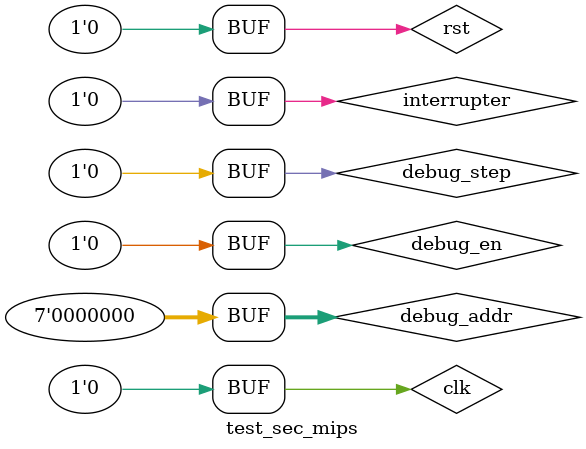
<source format=v>
`timescale 1ns / 1ps


module test_sec_mips;

	// Inputs
	reg debug_en;
	reg debug_step;
	reg [6:0] debug_addr;
	reg clk;
	reg rst;
	reg interrupter;

	// Outputs
	wire [31:0] debug_data;
	wire [31:0] r1;
	wire [31:0] r2;
	wire [31:0] r3;
	wire [31:0] r4;
	wire [31:0] r5;
	wire [31:0] r6;
	wire [31:0] r7;
	wire [31:0] r8;
	wire [31:0] r9;
	wire [31:0] r10;
	wire [31:0] r11;
	wire [31:0] r12;
	wire [31:0] r13;
	wire [31:0] r14;
	wire [31:0] r15;
	wire [31:0] r16;
	wire [31:0] r17;
	wire [31:0] r18;
	wire [31:0] r19;
	wire [31:0] r20;
	wire [31:0] r21;
	wire [31:0] r22;
	wire [31:0] r23;
	wire [31:0] r24;
	wire [31:0] r25;
	wire [31:0] r26;
	wire [31:0] r27;
	wire [31:0] r28;
	wire [31:0] r29;
	wire [31:0] r30;
	wire [31:0] r31;
	wire [31:0] IF_Inst;
	wire [31:0] ID_Inst;
	wire [31:0] EXE_Inst;
	wire [31:0] MEM_Inst;
	wire [31:0] WB_Inst;

	// Instantiate the Unit Under Test (UUT)
	mips uut (
		.debug_en(debug_en), 
		.debug_step(debug_step), 
		.debug_addr(debug_addr), 
		.debug_data(debug_data), 
		.clk(clk), 
		.rst(rst), 
		.interrupter(interrupter), 
		.r1(r1), 
		.r2(r2), 
		.r3(r3), 
		.r4(r4), 
		.r5(r5), 
		.r6(r6), 
		.r7(r7), 
		.r8(r8), 
		.r9(r9), 
		.r10(r10), 
		.r11(r11), 
		.r12(r12), 
		.r13(r13), 
		.r14(r14), 
		.r15(r15), 
		.r16(r16), 
		.r17(r17), 
		.r18(r18), 
		.r19(r19), 
		.r20(r20), 
		.r21(r21), 
		.r22(r22), 
		.r23(r23), 
		.r24(r24), 
		.r25(r25), 
		.r26(r26), 
		.r27(r27), 
		.r28(r28), 
		.r29(r29), 
		.r30(r30), 
		.r31(r31), 
		.IF_Inst(IF_Inst), 
		.ID_Inst(ID_Inst), 
		.EXE_Inst(EXE_Inst), 
		.MEM_Inst(MEM_Inst), 
		.WB_Inst(WB_Inst)
	);

	initial begin
		// Initialize Inputs
		debug_en = 0;
		debug_step = 0;
		debug_addr = 0;
		clk = 0;
		rst = 0;
		interrupter = 0;

		// Wait 100 ns for global reset to finish
		#100;
		rst = 1;
		#80;
		rst = 0;
		#20;
		// Add stimulus here

	end
   always begin
		clk = 1;
		#20;
		clk = 0;
		#20;
	end
endmodule


</source>
